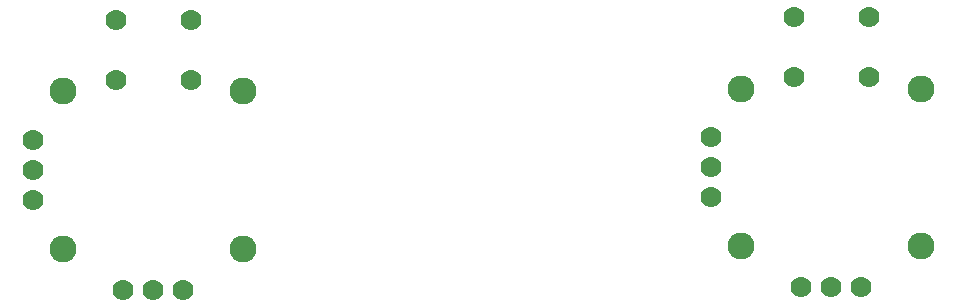
<source format=gbr>
%TF.GenerationSoftware,KiCad,Pcbnew,(5.1.8)-1*%
%TF.CreationDate,2020-12-25T12:52:01+03:00*%
%TF.ProjectId,mesp240_3Dpad,6d657370-3234-4305-9f33-447061642e6b,rev?*%
%TF.SameCoordinates,Original*%
%TF.FileFunction,Paste,Top*%
%TF.FilePolarity,Positive*%
%FSLAX46Y46*%
G04 Gerber Fmt 4.6, Leading zero omitted, Abs format (unit mm)*
G04 Created by KiCad (PCBNEW (5.1.8)-1) date 2020-12-25 12:52:01*
%MOMM*%
%LPD*%
G01*
G04 APERTURE LIST*
%ADD10C,1.778000*%
%ADD11C,2.286000*%
G04 APERTURE END LIST*
D10*
%TO.C,U3*%
X159923000Y-138270000D03*
X159923000Y-135730000D03*
X159923000Y-133190000D03*
D11*
X177703000Y-129062500D03*
X177703000Y-142397500D03*
X162463000Y-142397500D03*
X162463000Y-129062500D03*
D10*
X172623000Y-145890000D03*
X170083000Y-145890000D03*
X167543000Y-145890000D03*
X173258000Y-128110000D03*
X166908000Y-128110000D03*
X173258000Y-123030000D03*
X166908000Y-123030000D03*
%TD*%
%TO.C,U1*%
X102512000Y-138504000D03*
X102512000Y-135964000D03*
X102512000Y-133424000D03*
D11*
X120292000Y-129296500D03*
X120292000Y-142631500D03*
X105052000Y-142631500D03*
X105052000Y-129296500D03*
D10*
X115212000Y-146124000D03*
X112672000Y-146124000D03*
X110132000Y-146124000D03*
X115847000Y-128344000D03*
X109497000Y-128344000D03*
X115847000Y-123264000D03*
X109497000Y-123264000D03*
%TD*%
M02*

</source>
